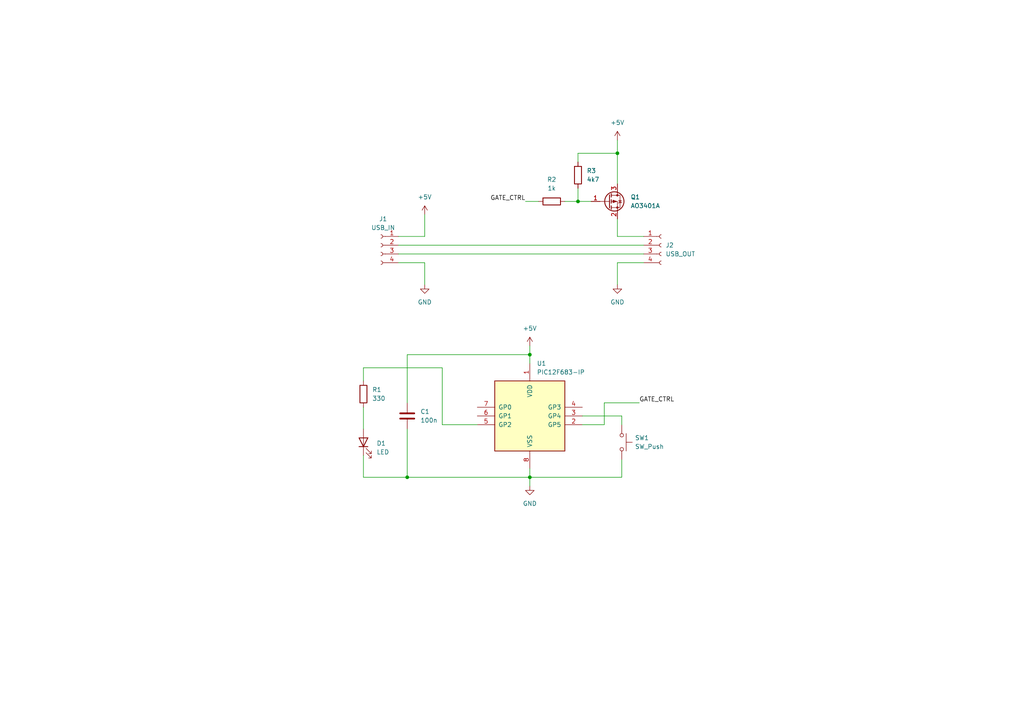
<source format=kicad_sch>
(kicad_sch (version 20211123) (generator eeschema)
  (paper "A4")
  (lib_symbols
    (symbol "Connector:Conn_01x04_Female" (pin_names (offset 1.016) hide)
      (property "Reference" "J" (at 0 5.08 0))
      (property "Value" "Conn_01x04_Female" (at 0 -7.62 0))
      (symbol "Conn_01x04_Female_1_1"
        (arc (start 0 -4.572) (mid -0.508 -5.08) (end 0 -5.588) (stroke (width 0.1524)))
        (arc (start 0 -2.032) (mid -0.508 -2.54) (end 0 -3.048) (stroke (width 0.1524)))
        (polyline (pts (xy -1.27 -5.08) (xy -0.508 -5.08)) (stroke (width 0.1524)))
        (polyline (pts (xy -1.27 -2.54) (xy -0.508 -2.54)) (stroke (width 0.1524)))
        (polyline (pts (xy -1.27 0) (xy -0.508 0)) (stroke (width 0.1524)))
        (polyline (pts (xy -1.27 2.54) (xy -0.508 2.54)) (stroke (width 0.1524)))
        (arc (start 0 0.508) (mid -0.508 0) (end 0 -0.508) (stroke (width 0.1524)))
        (arc (start 0 3.048) (mid -0.508 2.54) (end 0 2.032) (stroke (width 0.1524)))
        (pin passive line (at -5.08 2.54 0) (length 3.81) (name "Pin_1") (number "1"))
        (pin passive line (at -5.08 0 0) (length 3.81) (name "Pin_2") (number "2"))
        (pin passive line (at -5.08 -2.54 0) (length 3.81) (name "Pin_3") (number "3"))
        (pin passive line (at -5.08 -5.08 0) (length 3.81) (name "Pin_4") (number "4"))
      )
    )
    (symbol "Device:C" (pin_numbers hide) (pin_names (offset 0.254))
      (property "Reference" "C" (at 0.635 2.54 0))
      (property "Value" "C" (at 0.635 -2.54 0))
      (symbol "C_0_1"
        (polyline (pts (xy -2.032 -0.762) (xy 2.032 -0.762)) (stroke (width 0.508)))
        (polyline (pts (xy -2.032 0.762) (xy 2.032 0.762)) (stroke (width 0.508)))
      )
      (symbol "C_1_1"
        (pin passive line (at 0 3.81 270) (length 2.794) (name "~") (number "1"))
        (pin passive line (at 0 -3.81 90) (length 2.794) (name "~") (number "2"))
      )
    )
    (symbol "Device:LED" (pin_numbers hide) (pin_names (offset 1.016) hide)
      (property "Reference" "D" (at 0 2.54 0))
      (property "Value" "LED" (at 0 -2.54 0))
      (symbol "LED_0_1"
        (polyline (pts (xy -1.27 -1.27) (xy -1.27 1.27)) (stroke (width 0.254)))
        (polyline (pts (xy -1.27 0) (xy 1.27 0)))
        (polyline (pts (xy 1.27 -1.27) (xy 1.27 1.27) (xy -1.27 0) (xy 1.27 -1.27)) (stroke (width 0.254)))
        (polyline (pts (xy -3.048 -0.762) (xy -4.572 -2.286) (xy -3.81 -2.286) (xy -4.572 -2.286) (xy -4.572 -1.524)))
        (polyline (pts (xy -1.778 -0.762) (xy -3.302 -2.286) (xy -2.54 -2.286) (xy -3.302 -2.286) (xy -3.302 -1.524)))
      )
      (symbol "LED_1_1"
        (pin passive line (at -3.81 0 0) (length 2.54) (name "K") (number "1"))
        (pin passive line (at 3.81 0 180) (length 2.54) (name "A") (number "2"))
      )
    )
    (symbol "Device:Q_PMOS_GSD" (pin_names (offset 0) hide)
      (property "Reference" "Q" (at 5.08 1.27 0))
      (property "Value" "Q_PMOS_GSD" (at 5.08 -1.27 0))
      (symbol "Q_PMOS_GSD_0_1"
        (polyline (pts (xy 0.254 0) (xy -2.54 0)))
        (polyline (pts (xy 0.254 1.905) (xy 0.254 -1.905)) (stroke (width 0.254)))
        (polyline (pts (xy 0.762 -1.27) (xy 0.762 -2.286)) (stroke (width 0.254)))
        (polyline (pts (xy 0.762 0.508) (xy 0.762 -0.508)) (stroke (width 0.254)))
        (polyline (pts (xy 0.762 2.286) (xy 0.762 1.27)) (stroke (width 0.254)))
        (polyline (pts (xy 2.54 2.54) (xy 2.54 1.778)))
        (polyline (pts (xy 2.54 -2.54) (xy 2.54 0) (xy 0.762 0)))
        (polyline (pts (xy 0.762 1.778) (xy 3.302 1.778) (xy 3.302 -1.778) (xy 0.762 -1.778)))
        (polyline (pts (xy 2.286 0) (xy 1.27 0.381) (xy 1.27 -0.381) (xy 2.286 0)) (fill (type outline)))
        (polyline (pts (xy 2.794 -0.508) (xy 2.921 -0.381) (xy 3.683 -0.381) (xy 3.81 -0.254)))
        (polyline (pts (xy 3.302 -0.381) (xy 2.921 0.254) (xy 3.683 0.254) (xy 3.302 -0.381)))
        (circle (center 1.651 0) (radius 2.794) (stroke (width 0.254)))
        (circle (center 2.54 -1.778) (radius 0.254) (fill (type outline)))
        (circle (center 2.54 1.778) (radius 0.254) (fill (type outline)))
      )
      (symbol "Q_PMOS_GSD_1_1"
        (pin input line (at -5.08 0 0) (length 2.54) (name "G") (number "1"))
        (pin passive line (at 2.54 -5.08 90) (length 2.54) (name "S") (number "2"))
        (pin passive line (at 2.54 5.08 270) (length 2.54) (name "D") (number "3"))
      )
    )
    (symbol "Device:R" (pin_numbers hide) (pin_names (offset 0))
      (property "Reference" "R" (at 2.032 0 90))
      (property "Value" "R" (at 0 0 90))
      (symbol "R_0_1"
        (rectangle (start -1.016 -2.54) (end 1.016 2.54) (stroke (width 0.254)))
      )
      (symbol "R_1_1"
        (pin passive line (at 0 3.81 270) (length 1.27) (name "~") (number "1"))
        (pin passive line (at 0 -3.81 90) (length 1.27) (name "~") (number "2"))
      )
    )
    (symbol "MCU_Microchip_PIC12:PIC12F683-IP" (pin_names (offset 1.016))
      (property "Reference" "U" (at 1.27 13.97 0))
      (property "Value" "PIC12F683-IP" (at 1.27 11.43 0))
      (symbol "PIC12F683-IP_0_1"
        (rectangle (start 10.16 -10.16) (end -10.16 10.16) (stroke (width 0.254)) (fill (type background)))
      )
      (symbol "PIC12F683-IP_1_1"
        (pin power_in line (at 0 15.24 270) (length 5.08) (name "VDD") (number "1"))
        (pin bidirectional line (at 15.24 -2.54 180) (length 5.08) (name "GP5") (number "2"))
        (pin bidirectional line (at 15.24 0 180) (length 5.08) (name "GP4") (number "3"))
        (pin input line (at 15.24 2.54 180) (length 5.08) (name "GP3") (number "4"))
        (pin bidirectional line (at -15.24 -2.54 0) (length 5.08) (name "GP2") (number "5"))
        (pin bidirectional line (at -15.24 0 0) (length 5.08) (name "GP1") (number "6"))
        (pin bidirectional line (at -15.24 2.54 0) (length 5.08) (name "GP0") (number "7"))
        (pin power_in line (at 0 -15.24 90) (length 5.08) (name "VSS") (number "8"))
      )
    )
    (symbol "Switch:SW_Push" (pin_numbers hide) (pin_names (offset 1.016) hide)
      (property "Reference" "SW" (at 1.27 2.54 0))
      (property "Value" "SW_Push" (at 0 -1.524 0))
      (symbol "SW_Push_0_1"
        (circle (center -2.032 0) (radius 0.508))
        (polyline (pts (xy 0 1.27) (xy 0 3.048)))
        (polyline (pts (xy 2.54 1.27) (xy -2.54 1.27)))
        (circle (center 2.032 0) (radius 0.508))
        (pin passive line (at -5.08 0 0) (length 2.54) (name "1") (number "1"))
        (pin passive line (at 5.08 0 180) (length 2.54) (name "2") (number "2"))
      )
    )
    (symbol "power:+5V" (power) (pin_names (offset 0))
      (property "Value" "+5V" (at 0 3.556 0))
      (symbol "+5V_0_1"
        (polyline (pts (xy -0.762 1.27) (xy 0 2.54)))
        (polyline (pts (xy 0 0) (xy 0 2.54)))
        (polyline (pts (xy 0 2.54) (xy 0.762 1.27)))
      )
      (symbol "+5V_1_1"
        (pin power_in line (at 0 0 90) (length 0) hide (name "+5V") (number "1"))
      )
    )
    (symbol "power:GND" (power) (pin_names (offset 0))
      (property "Value" "GND" (at 0 -3.81 0))
      (symbol "GND_0_1"
        (polyline (pts (xy 0 0) (xy 0 -1.27) (xy 1.27 -1.27) (xy 0 -2.54) (xy -1.27 -1.27) (xy 0 -1.27)))
      )
      (symbol "GND_1_1"
        (pin power_in line (at 0 0 270) (length 0) hide (name "GND") (number "1"))
      )
    )
  )
  (junction (at 167.64 58.42))
  (junction (at 153.67 102.87))
  (junction (at 153.67 138.43))
  (junction (at 179.07 44.45))
  (junction (at 118.11 138.43))
  (wire (pts (xy 168.91 123.19) (xy 175.26 123.19)))
  (wire (pts (xy 123.19 76.2) (xy 123.19 82.55)))
  (wire (pts (xy 180.34 138.43) (xy 153.67 138.43)))
  (wire (pts (xy 153.67 100.33) (xy 153.67 102.87)))
  (wire (pts (xy 128.27 106.68) (xy 105.41 106.68)))
  (wire (pts (xy 105.41 118.11) (xy 105.41 124.46)))
  (wire (pts (xy 167.64 58.42) (xy 171.45 58.42)))
  (wire (pts (xy 115.57 76.2) (xy 123.19 76.2)))
  (wire (pts (xy 186.69 68.58) (xy 179.07 68.58)))
  (wire (pts (xy 153.67 135.89) (xy 153.67 138.43)))
  (wire (pts (xy 175.26 123.19) (xy 175.26 116.84)))
  (wire (pts (xy 180.34 120.65) (xy 180.34 123.19)))
  (wire (pts (xy 168.91 120.65) (xy 180.34 120.65)))
  (wire (pts (xy 153.67 138.43) (xy 153.67 140.97)))
  (wire (pts (xy 167.64 46.99) (xy 167.64 44.45)))
  (wire (pts (xy 105.41 106.68) (xy 105.41 110.49)))
  (wire (pts (xy 179.07 76.2) (xy 179.07 82.55)))
  (wire (pts (xy 179.07 68.58) (xy 179.07 63.5)))
  (wire (pts (xy 105.41 138.43) (xy 118.11 138.43)))
  (wire (pts (xy 115.57 68.58) (xy 123.19 68.58)))
  (wire (pts (xy 123.19 68.58) (xy 123.19 62.23)))
  (wire (pts (xy 118.11 138.43) (xy 153.67 138.43)))
  (wire (pts (xy 163.83 58.42) (xy 167.64 58.42)))
  (wire (pts (xy 152.4 58.42) (xy 156.21 58.42)))
  (wire (pts (xy 153.67 102.87) (xy 153.67 105.41)))
  (wire (pts (xy 179.07 40.64) (xy 179.07 44.45)))
  (wire (pts (xy 118.11 116.84) (xy 118.11 102.87)))
  (wire (pts (xy 167.64 44.45) (xy 179.07 44.45)))
  (wire (pts (xy 167.64 54.61) (xy 167.64 58.42)))
  (wire (pts (xy 118.11 102.87) (xy 153.67 102.87)))
  (wire (pts (xy 128.27 123.19) (xy 128.27 106.68)))
  (wire (pts (xy 175.26 116.84) (xy 185.42 116.84)))
  (wire (pts (xy 138.43 123.19) (xy 128.27 123.19)))
  (wire (pts (xy 186.69 76.2) (xy 179.07 76.2)))
  (wire (pts (xy 115.57 73.66) (xy 186.69 73.66)))
  (wire (pts (xy 105.41 132.08) (xy 105.41 138.43)))
  (wire (pts (xy 115.57 71.12) (xy 186.69 71.12)))
  (wire (pts (xy 180.34 133.35) (xy 180.34 138.43)))
  (wire (pts (xy 118.11 124.46) (xy 118.11 138.43)))
  (wire (pts (xy 179.07 44.45) (xy 179.07 53.34)))
  (label "GATE_CTRL" (at 152.4 58.42 180))
  (label "GATE_CTRL" (at 185.42 116.84 0))
  (symbol (lib_id "power:+5V") (at 179.07 40.64 0) (unit 1)
    (property "Reference" "#PWR0102" (effects hide))
    (property "Value" "+5V" (at 179.07 35.56 0))
  )
  (symbol (lib_id "Device:R") (at 105.41 114.3 0) (unit 1)
    (property "Reference" "R1" (at 107.95 113.0299 0) (effects (justify left)))
    (property "Value" "330" (at 107.95 115.5699 0) (effects (justify left)))
    (property "Footprint" "Resistor_THT:R_Axial_DIN0204_L3.6mm_D1.6mm_P2.54mm_Vertical" (effects hide))
  )
  (symbol (lib_id "MCU_Microchip_PIC12:PIC12F683-IP") (at 153.67 120.65 0) (unit 1)
    (property "Reference" "U1" (at 155.6894 105.41 0) (effects (justify left)))
    (property "Value" "PIC12F683-IP" (at 155.6894 107.95 0) (effects (justify left)))
    (property "Footprint" "Package_DIP:DIP-8_W7.62mm" (effects hide))
    (property "Datasheet" "http://ww1.microchip.com/downloads/en/DeviceDoc/41232D.pdf" (effects hide))
  )
  (symbol (lib_id "power:GND") (at 179.07 82.55 0) (unit 1)
    (property "Reference" "#PWR0101" (effects hide))
    (property "Value" "GND" (at 179.07 87.63 0))
  )
  (symbol (lib_id "Switch:SW_Push") (at 180.34 128.27 270) (unit 1)
    (property "Reference" "SW1" (at 184.15 126.9999 90) (effects (justify left)))
    (property "Value" "SW_Push" (at 184.15 129.5399 90) (effects (justify left)))
    (property "Footprint" "Button_Switch_THT:SW_PUSH_6mm" (effects hide))
  )
  (symbol (lib_id "Connector:Conn_01x04_Female") (at 191.77 71.12 0) (unit 1)
    (property "Reference" "J2" (at 193.04 71.1199 0) (effects (justify left)))
    (property "Value" "USB_OUT" (at 193.04 73.6599 0) (effects (justify left)))
    (property "Footprint" "Connector_PinHeader_2.54mm:PinHeader_1x04_P2.54mm_Vertical" (effects hide))
  )
  (symbol (lib_id "power:GND") (at 153.67 140.97 0) (unit 1)
    (property "Reference" "#PWR0106" (effects hide))
    (property "Value" "GND" (at 153.67 146.05 0))
  )
  (symbol (lib_id "power:GND") (at 123.19 82.55 0) (unit 1)
    (property "Reference" "#PWR0104" (effects hide))
    (property "Value" "GND" (at 123.19 87.63 0))
  )
  (symbol (lib_id "power:+5V") (at 123.19 62.23 0) (unit 1)
    (property "Reference" "#PWR0103" (effects hide))
    (property "Value" "+5V" (at 123.19 57.15 0))
  )
  (symbol (lib_id "power:+5V") (at 153.67 100.33 0) (unit 1)
    (property "Reference" "#PWR0105" (effects hide))
    (property "Value" "+5V" (at 153.67 95.25 0))
  )
  (symbol (lib_id "Connector:Conn_01x04_Female") (at 110.49 71.12 0) (mirror y) (unit 1)
    (property "Reference" "J1" (at 111.125 63.5 0))
    (property "Value" "USB_IN" (at 111.125 66.04 0))
    (property "Footprint" "Connector_PinHeader_2.54mm:PinHeader_1x04_P2.54mm_Vertical" (effects hide))
  )
  (symbol (lib_id "Device:R") (at 160.02 58.42 90) (unit 1)
    (property "Reference" "R2" (at 160.02 52.07 90))
    (property "Value" "1k" (at 160.02 54.61 90))
    (property "Footprint" "Resistor_THT:R_Axial_DIN0204_L3.6mm_D1.6mm_P2.54mm_Vertical" (effects hide))
  )
  (symbol (lib_id "Device:Q_PMOS_GSD") (at 176.53 58.42 0) (unit 1)
    (property "Reference" "Q1" (at 182.88 57.1499 0) (effects (justify left)))
    (property "Value" "AO3401A" (at 182.88 59.6899 0) (effects (justify left)))
    (property "Footprint" "Package_TO_SOT_SMD:SOT-23" (effects hide))
    (property "Datasheet" "http://www.aosmd.com/pdfs/datasheet/AO3401A.pdf" (effects hide))
  )
  (symbol (lib_id "Device:R") (at 167.64 50.8 0) (unit 1)
    (property "Reference" "R3" (at 170.18 49.5299 0) (effects (justify left)))
    (property "Value" "4k7" (at 170.18 52.0699 0) (effects (justify left)))
    (property "Footprint" "Resistor_THT:R_Axial_DIN0204_L3.6mm_D1.6mm_P2.54mm_Vertical" (effects hide))
  )
  (symbol (lib_id "Device:LED") (at 105.41 128.27 90) (unit 1)
    (property "Reference" "D1" (at 109.22 128.5874 90) (effects (justify right)))
    (property "Value" "LED" (at 109.22 131.1274 90) (effects (justify right)))
    (property "Footprint" "LED_THT:LED_D3.0mm" (effects hide))
  )
  (symbol (lib_id "Device:C") (at 118.11 120.65 0) (unit 1)
    (property "Reference" "C1" (at 121.92 119.3799 0) (effects (justify left)))
    (property "Value" "100n" (at 121.92 121.9199 0) (effects (justify left)))
    (property "Footprint" "Capacitor_THT:C_Disc_D3.0mm_W1.6mm_P2.50mm" (effects hide))
  )
)
</source>
